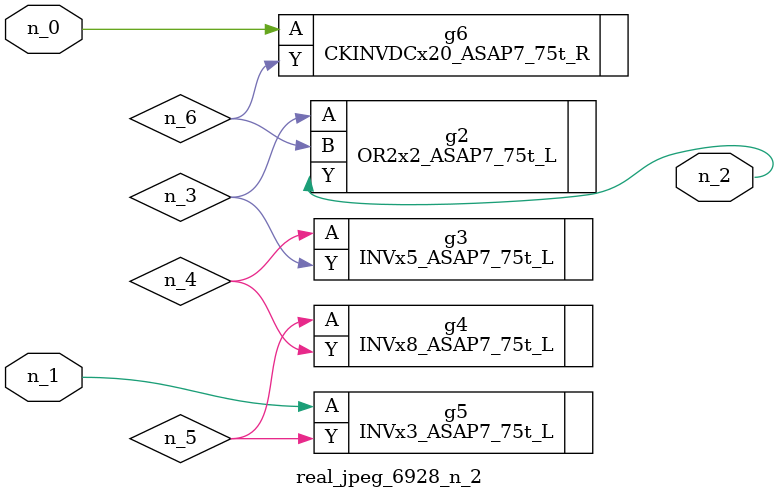
<source format=v>
module real_jpeg_6928_n_2 (n_1, n_0, n_2);

input n_1;
input n_0;

output n_2;

wire n_5;
wire n_4;
wire n_6;
wire n_3;

CKINVDCx20_ASAP7_75t_R g6 ( 
.A(n_0),
.Y(n_6)
);

INVx3_ASAP7_75t_L g5 ( 
.A(n_1),
.Y(n_5)
);

OR2x2_ASAP7_75t_L g2 ( 
.A(n_3),
.B(n_6),
.Y(n_2)
);

INVx5_ASAP7_75t_L g3 ( 
.A(n_4),
.Y(n_3)
);

INVx8_ASAP7_75t_L g4 ( 
.A(n_5),
.Y(n_4)
);


endmodule
</source>
